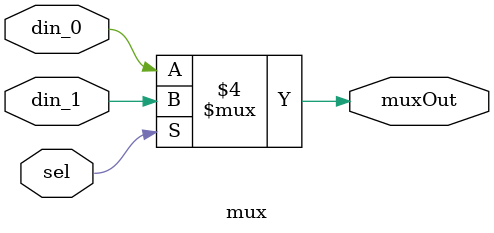
<source format=v>
module mux(sel,din_0,din_1,muxOut);
  input sel, din_0,din_1;
  output muxOut;
  reg muxOut;
  always @(sel or din_0 or din_1)
    begin
      if(sel==0)
        begin
          muxOut = din_0;
        end
      else
        begin
          muxOut = din_1;
        end
    end
endmodule

</source>
